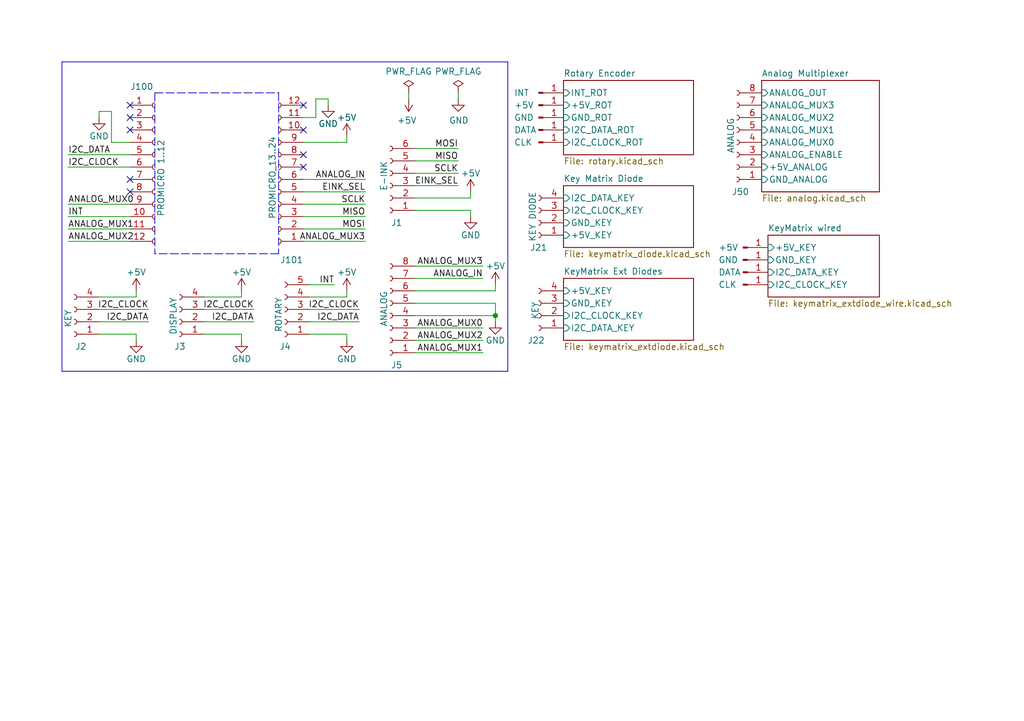
<source format=kicad_sch>
(kicad_sch (version 20211123) (generator eeschema)
  (paper "A5")
  (title_block (title "CIMDID") (date "2022-02-08") (rev "1.1") (comment 1 "@grumpydevelop@contentnation.net") (comment 2 "https://contentnation.net/en/grumpydevelop/cimdit_1"))
  (lib_symbols
    (symbol "Connector:Conn_01x01_Male" (pin_names (offset 1.016) hide)
      (property "Reference" "J" (at 0 2.54 0))
      (property "Value" "Conn_01x01_Male" (at 0 -2.54 0))
      (symbol "Conn_01x01_Male_1_1"
        (polyline (pts (xy 1.27 0) (xy 0.8636 0)) (stroke (width 0.1524)))
        (rectangle (start 0.8636 0.127) (end 0 -0.127) (stroke (width 0.1524)) (fill (type outline)))
        (pin passive line (at 5.08 0 180) (length 3.81) (name "Pin_1") (number "1"))
      )
    )
    (symbol "Connector:Conn_01x04_Female" (pin_names (offset 1.016) hide)
      (property "Reference" "J" (at 0 5.08 0))
      (property "Value" "Conn_01x04_Female" (at 0 -7.62 0))
      (symbol "Conn_01x04_Female_1_1"
        (arc (start 0 -4.572) (mid -0.508 -5.08) (end 0 -5.588) (stroke (width 0.1524)))
        (arc (start 0 -2.032) (mid -0.508 -2.54) (end 0 -3.048) (stroke (width 0.1524)))
        (polyline (pts (xy -1.27 -5.08) (xy -0.508 -5.08)) (stroke (width 0.1524)))
        (polyline (pts (xy -1.27 -2.54) (xy -0.508 -2.54)) (stroke (width 0.1524)))
        (polyline (pts (xy -1.27 0) (xy -0.508 0)) (stroke (width 0.1524)))
        (polyline (pts (xy -1.27 2.54) (xy -0.508 2.54)) (stroke (width 0.1524)))
        (arc (start 0 0.508) (mid -0.508 0) (end 0 -0.508) (stroke (width 0.1524)))
        (arc (start 0 3.048) (mid -0.508 2.54) (end 0 2.032) (stroke (width 0.1524)))
        (pin passive line (at -5.08 2.54 0) (length 3.81) (name "Pin_1") (number "1"))
        (pin passive line (at -5.08 0 0) (length 3.81) (name "Pin_2") (number "2"))
        (pin passive line (at -5.08 -2.54 0) (length 3.81) (name "Pin_3") (number "3"))
        (pin passive line (at -5.08 -5.08 0) (length 3.81) (name "Pin_4") (number "4"))
      )
    )
    (symbol "Connector:Conn_01x05_Female" (pin_names (offset 1.016) hide)
      (property "Reference" "J" (at 0 7.62 0))
      (property "Value" "Conn_01x05_Female" (at 0 -7.62 0))
      (symbol "Conn_01x05_Female_1_1"
        (arc (start 0 -4.572) (mid -0.508 -5.08) (end 0 -5.588) (stroke (width 0.1524)))
        (arc (start 0 -2.032) (mid -0.508 -2.54) (end 0 -3.048) (stroke (width 0.1524)))
        (polyline (pts (xy -1.27 -5.08) (xy -0.508 -5.08)) (stroke (width 0.1524)))
        (polyline (pts (xy -1.27 -2.54) (xy -0.508 -2.54)) (stroke (width 0.1524)))
        (polyline (pts (xy -1.27 0) (xy -0.508 0)) (stroke (width 0.1524)))
        (polyline (pts (xy -1.27 2.54) (xy -0.508 2.54)) (stroke (width 0.1524)))
        (polyline (pts (xy -1.27 5.08) (xy -0.508 5.08)) (stroke (width 0.1524)))
        (arc (start 0 0.508) (mid -0.508 0) (end 0 -0.508) (stroke (width 0.1524)))
        (arc (start 0 3.048) (mid -0.508 2.54) (end 0 2.032) (stroke (width 0.1524)))
        (arc (start 0 5.588) (mid -0.508 5.08) (end 0 4.572) (stroke (width 0.1524)))
        (pin passive line (at -5.08 5.08 0) (length 3.81) (name "Pin_1") (number "1"))
        (pin passive line (at -5.08 2.54 0) (length 3.81) (name "Pin_2") (number "2"))
        (pin passive line (at -5.08 0 0) (length 3.81) (name "Pin_3") (number "3"))
        (pin passive line (at -5.08 -2.54 0) (length 3.81) (name "Pin_4") (number "4"))
        (pin passive line (at -5.08 -5.08 0) (length 3.81) (name "Pin_5") (number "5"))
      )
    )
    (symbol "Connector:Conn_01x06_Female" (pin_names (offset 1.016) hide)
      (property "Reference" "J" (at 0 7.62 0))
      (property "Value" "Conn_01x06_Female" (at 0 -10.16 0))
      (symbol "Conn_01x06_Female_1_1"
        (arc (start 0 -7.112) (mid -0.508 -7.62) (end 0 -8.128) (stroke (width 0.1524)))
        (arc (start 0 -4.572) (mid -0.508 -5.08) (end 0 -5.588) (stroke (width 0.1524)))
        (arc (start 0 -2.032) (mid -0.508 -2.54) (end 0 -3.048) (stroke (width 0.1524)))
        (polyline (pts (xy -1.27 -7.62) (xy -0.508 -7.62)) (stroke (width 0.1524)))
        (polyline (pts (xy -1.27 -5.08) (xy -0.508 -5.08)) (stroke (width 0.1524)))
        (polyline (pts (xy -1.27 -2.54) (xy -0.508 -2.54)) (stroke (width 0.1524)))
        (polyline (pts (xy -1.27 0) (xy -0.508 0)) (stroke (width 0.1524)))
        (polyline (pts (xy -1.27 2.54) (xy -0.508 2.54)) (stroke (width 0.1524)))
        (polyline (pts (xy -1.27 5.08) (xy -0.508 5.08)) (stroke (width 0.1524)))
        (arc (start 0 0.508) (mid -0.508 0) (end 0 -0.508) (stroke (width 0.1524)))
        (arc (start 0 3.048) (mid -0.508 2.54) (end 0 2.032) (stroke (width 0.1524)))
        (arc (start 0 5.588) (mid -0.508 5.08) (end 0 4.572) (stroke (width 0.1524)))
        (pin passive line (at -5.08 5.08 0) (length 3.81) (name "Pin_1") (number "1"))
        (pin passive line (at -5.08 2.54 0) (length 3.81) (name "Pin_2") (number "2"))
        (pin passive line (at -5.08 0 0) (length 3.81) (name "Pin_3") (number "3"))
        (pin passive line (at -5.08 -2.54 0) (length 3.81) (name "Pin_4") (number "4"))
        (pin passive line (at -5.08 -5.08 0) (length 3.81) (name "Pin_5") (number "5"))
        (pin passive line (at -5.08 -7.62 0) (length 3.81) (name "Pin_6") (number "6"))
      )
    )
    (symbol "Connector:Conn_01x08_Female" (pin_names (offset 1.016) hide)
      (property "Reference" "J" (at 0 10.16 0))
      (property "Value" "Conn_01x08_Female" (at 0 -12.7 0))
      (symbol "Conn_01x08_Female_1_1"
        (arc (start 0 -9.652) (mid -0.508 -10.16) (end 0 -10.668) (stroke (width 0.1524)))
        (arc (start 0 -7.112) (mid -0.508 -7.62) (end 0 -8.128) (stroke (width 0.1524)))
        (arc (start 0 -4.572) (mid -0.508 -5.08) (end 0 -5.588) (stroke (width 0.1524)))
        (arc (start 0 -2.032) (mid -0.508 -2.54) (end 0 -3.048) (stroke (width 0.1524)))
        (polyline (pts (xy -1.27 -10.16) (xy -0.508 -10.16)) (stroke (width 0.1524)))
        (polyline (pts (xy -1.27 -7.62) (xy -0.508 -7.62)) (stroke (width 0.1524)))
        (polyline (pts (xy -1.27 -5.08) (xy -0.508 -5.08)) (stroke (width 0.1524)))
        (polyline (pts (xy -1.27 -2.54) (xy -0.508 -2.54)) (stroke (width 0.1524)))
        (polyline (pts (xy -1.27 0) (xy -0.508 0)) (stroke (width 0.1524)))
        (polyline (pts (xy -1.27 2.54) (xy -0.508 2.54)) (stroke (width 0.1524)))
        (polyline (pts (xy -1.27 5.08) (xy -0.508 5.08)) (stroke (width 0.1524)))
        (polyline (pts (xy -1.27 7.62) (xy -0.508 7.62)) (stroke (width 0.1524)))
        (arc (start 0 0.508) (mid -0.508 0) (end 0 -0.508) (stroke (width 0.1524)))
        (arc (start 0 3.048) (mid -0.508 2.54) (end 0 2.032) (stroke (width 0.1524)))
        (arc (start 0 5.588) (mid -0.508 5.08) (end 0 4.572) (stroke (width 0.1524)))
        (arc (start 0 8.128) (mid -0.508 7.62) (end 0 7.112) (stroke (width 0.1524)))
        (pin passive line (at -5.08 7.62 0) (length 3.81) (name "Pin_1") (number "1"))
        (pin passive line (at -5.08 5.08 0) (length 3.81) (name "Pin_2") (number "2"))
        (pin passive line (at -5.08 2.54 0) (length 3.81) (name "Pin_3") (number "3"))
        (pin passive line (at -5.08 0 0) (length 3.81) (name "Pin_4") (number "4"))
        (pin passive line (at -5.08 -2.54 0) (length 3.81) (name "Pin_5") (number "5"))
        (pin passive line (at -5.08 -5.08 0) (length 3.81) (name "Pin_6") (number "6"))
        (pin passive line (at -5.08 -7.62 0) (length 3.81) (name "Pin_7") (number "7"))
        (pin passive line (at -5.08 -10.16 0) (length 3.81) (name "Pin_8") (number "8"))
      )
    )
    (symbol "Connector:Conn_01x12_Female" (pin_names (offset 1.016) hide)
      (property "Reference" "J" (at 0 15.24 0))
      (property "Value" "Conn_01x12_Female" (at 0 -17.78 0))
      (symbol "Conn_01x12_Female_1_1"
        (arc (start 0 -14.732) (mid -0.508 -15.24) (end 0 -15.748) (stroke (width 0.1524)))
        (arc (start 0 -12.192) (mid -0.508 -12.7) (end 0 -13.208) (stroke (width 0.1524)))
        (arc (start 0 -9.652) (mid -0.508 -10.16) (end 0 -10.668) (stroke (width 0.1524)))
        (arc (start 0 -7.112) (mid -0.508 -7.62) (end 0 -8.128) (stroke (width 0.1524)))
        (arc (start 0 -4.572) (mid -0.508 -5.08) (end 0 -5.588) (stroke (width 0.1524)))
        (arc (start 0 -2.032) (mid -0.508 -2.54) (end 0 -3.048) (stroke (width 0.1524)))
        (polyline (pts (xy -1.27 -15.24) (xy -0.508 -15.24)) (stroke (width 0.1524)))
        (polyline (pts (xy -1.27 -12.7) (xy -0.508 -12.7)) (stroke (width 0.1524)))
        (polyline (pts (xy -1.27 -10.16) (xy -0.508 -10.16)) (stroke (width 0.1524)))
        (polyline (pts (xy -1.27 -7.62) (xy -0.508 -7.62)) (stroke (width 0.1524)))
        (polyline (pts (xy -1.27 -5.08) (xy -0.508 -5.08)) (stroke (width 0.1524)))
        (polyline (pts (xy -1.27 -2.54) (xy -0.508 -2.54)) (stroke (width 0.1524)))
        (polyline (pts (xy -1.27 0) (xy -0.508 0)) (stroke (width 0.1524)))
        (polyline (pts (xy -1.27 2.54) (xy -0.508 2.54)) (stroke (width 0.1524)))
        (polyline (pts (xy -1.27 5.08) (xy -0.508 5.08)) (stroke (width 0.1524)))
        (polyline (pts (xy -1.27 7.62) (xy -0.508 7.62)) (stroke (width 0.1524)))
        (polyline (pts (xy -1.27 10.16) (xy -0.508 10.16)) (stroke (width 0.1524)))
        (polyline (pts (xy -1.27 12.7) (xy -0.508 12.7)) (stroke (width 0.1524)))
        (arc (start 0 0.508) (mid -0.508 0) (end 0 -0.508) (stroke (width 0.1524)))
        (arc (start 0 3.048) (mid -0.508 2.54) (end 0 2.032) (stroke (width 0.1524)))
        (arc (start 0 5.588) (mid -0.508 5.08) (end 0 4.572) (stroke (width 0.1524)))
        (arc (start 0 8.128) (mid -0.508 7.62) (end 0 7.112) (stroke (width 0.1524)))
        (arc (start 0 10.668) (mid -0.508 10.16) (end 0 9.652) (stroke (width 0.1524)))
        (arc (start 0 13.208) (mid -0.508 12.7) (end 0 12.192) (stroke (width 0.1524)))
        (pin passive line (at -5.08 12.7 0) (length 3.81) (name "Pin_1") (number "1"))
        (pin passive line (at -5.08 -10.16 0) (length 3.81) (name "Pin_10") (number "10"))
        (pin passive line (at -5.08 -12.7 0) (length 3.81) (name "Pin_11") (number "11"))
        (pin passive line (at -5.08 -15.24 0) (length 3.81) (name "Pin_12") (number "12"))
        (pin passive line (at -5.08 10.16 0) (length 3.81) (name "Pin_2") (number "2"))
        (pin passive line (at -5.08 7.62 0) (length 3.81) (name "Pin_3") (number "3"))
        (pin passive line (at -5.08 5.08 0) (length 3.81) (name "Pin_4") (number "4"))
        (pin passive line (at -5.08 2.54 0) (length 3.81) (name "Pin_5") (number "5"))
        (pin passive line (at -5.08 0 0) (length 3.81) (name "Pin_6") (number "6"))
        (pin passive line (at -5.08 -2.54 0) (length 3.81) (name "Pin_7") (number "7"))
        (pin passive line (at -5.08 -5.08 0) (length 3.81) (name "Pin_8") (number "8"))
        (pin passive line (at -5.08 -7.62 0) (length 3.81) (name "Pin_9") (number "9"))
      )
    )
    (symbol "power:+5V" (power) (pin_names (offset 0))
      (property "Value" "+5V" (at 0 3.556 0))
      (symbol "+5V_0_1"
        (polyline (pts (xy -0.762 1.27) (xy 0 2.54)))
        (polyline (pts (xy 0 0) (xy 0 2.54)))
        (polyline (pts (xy 0 2.54) (xy 0.762 1.27)))
      )
      (symbol "+5V_1_1"
        (pin power_in line (at 0 0 90) (length 0) hide (name "+5V") (number "1"))
      )
    )
    (symbol "power:GND" (power) (pin_names (offset 0))
      (property "Value" "GND" (at 0 -3.81 0))
      (symbol "GND_0_1"
        (polyline (pts (xy 0 0) (xy 0 -1.27) (xy 1.27 -1.27) (xy 0 -2.54) (xy -1.27 -1.27) (xy 0 -1.27)))
      )
      (symbol "GND_1_1"
        (pin power_in line (at 0 0 270) (length 0) hide (name "GND") (number "1"))
      )
    )
    (symbol "power:PWR_FLAG" (power) (pin_numbers hide) (pin_names (offset 0) hide)
      (property "Value" "PWR_FLAG" (at 0 3.81 0))
      (symbol "PWR_FLAG_0_0"
        (pin power_out line (at 0 0 90) (length 0) (name "pwr") (number "1"))
      )
      (symbol "PWR_FLAG_0_1"
        (polyline (pts (xy 0 0) (xy 0 1.27) (xy -1.016 1.905) (xy 0 2.54) (xy 1.016 1.905) (xy 0 1.27)))
      )
    )
  )
  (junction (at 101.6 64.77))
  (no_connect (at 26.67 26.67))
  (no_connect (at 26.67 36.83))
  (no_connect (at 62.23 26.67))
  (no_connect (at 26.67 39.37))
  (no_connect (at 26.67 24.13))
  (no_connect (at 62.23 21.59))
  (no_connect (at 26.67 21.59))
  (no_connect (at 62.23 31.75))
  (no_connect (at 62.23 34.29))
  (wire (pts (xy 101.6 64.77) (xy 101.6 66.04)))
  (wire (pts (xy 99.06 54.61) (xy 85.09 54.61)))
  (wire (pts (xy 62.23 39.37) (xy 74.93 39.37)))
  (polyline (pts (xy 104.14 12.7) (xy 104.14 76.2)) (stroke (width 0) (type solid)))
  (wire (pts (xy 85.09 67.31) (xy 99.06 67.31)))
  (wire (pts (xy 49.53 69.85) (xy 49.53 68.58)))
  (wire (pts (xy 62.23 24.13) (xy 64.77 24.13)))
  (wire (pts (xy 99.06 57.15) (xy 85.09 57.15)))
  (wire (pts (xy 64.77 20.32) (xy 67.31 20.32)))
  (wire (pts (xy 30.48 66.04) (xy 20.32 66.04)))
  (wire (pts (xy 85.09 43.18) (xy 96.52 43.18)))
  (wire (pts (xy 96.52 40.64) (xy 96.52 39.37)))
  (wire (pts (xy 64.77 24.13) (xy 64.77 20.32)))
  (wire (pts (xy 26.67 41.91) (xy 13.97 41.91)))
  (wire (pts (xy 101.6 62.23) (xy 101.6 64.77)))
  (wire (pts (xy 85.09 30.48) (xy 93.98 30.48)))
  (wire (pts (xy 71.12 68.58) (xy 63.5 68.58)))
  (wire (pts (xy 26.67 46.99) (xy 13.97 46.99)))
  (wire (pts (xy 74.93 36.83) (xy 62.23 36.83)))
  (wire (pts (xy 67.31 20.32) (xy 67.31 21.59)))
  (polyline (pts (xy 57.15 52.07) (xy 31.75 52.07)))
  (wire (pts (xy 93.98 33.02) (xy 85.09 33.02)))
  (wire (pts (xy 62.23 44.45) (xy 74.93 44.45)))
  (wire (pts (xy 26.67 49.53) (xy 13.97 49.53)))
  (wire (pts (xy 22.86 29.21) (xy 22.86 22.86)))
  (wire (pts (xy 83.82 20.32) (xy 83.82 19.05)))
  (wire (pts (xy 96.52 44.45) (xy 96.52 43.18)))
  (wire (pts (xy 73.66 63.5) (xy 63.5 63.5)))
  (wire (pts (xy 62.23 29.21) (xy 71.12 29.21)))
  (wire (pts (xy 85.09 62.23) (xy 101.6 62.23)))
  (wire (pts (xy 93.98 19.05) (xy 93.98 20.32)))
  (wire (pts (xy 27.94 68.58) (xy 20.32 68.58)))
  (wire (pts (xy 101.6 59.69) (xy 85.09 59.69)))
  (wire (pts (xy 63.5 58.42) (xy 68.58 58.42)))
  (wire (pts (xy 85.09 40.64) (xy 96.52 40.64)))
  (wire (pts (xy 27.94 60.96) (xy 20.32 60.96)))
  (wire (pts (xy 62.23 49.53) (xy 74.93 49.53)))
  (wire (pts (xy 101.6 58.42) (xy 101.6 59.69)))
  (polyline (pts (xy 104.14 76.2) (xy 12.7 76.2)) (stroke (width 0) (type solid)))
  (wire (pts (xy 93.98 38.1) (xy 85.09 38.1)))
  (polyline (pts (xy 57.15 19.05) (xy 57.15 52.07)))
  (wire (pts (xy 63.5 60.96) (xy 71.12 60.96)))
  (polyline (pts (xy 12.7 12.7) (xy 104.14 12.7)) (stroke (width 0) (type solid)))
  (polyline (pts (xy 31.75 19.05) (xy 57.15 19.05)))
  (wire (pts (xy 22.86 22.86) (xy 20.32 22.86)))
  (wire (pts (xy 27.94 60.96) (xy 27.94 59.69)))
  (wire (pts (xy 26.67 29.21) (xy 22.86 29.21)))
  (wire (pts (xy 71.12 60.96) (xy 71.12 59.69)))
  (wire (pts (xy 101.6 64.77) (xy 85.09 64.77)))
  (wire (pts (xy 41.91 63.5) (xy 52.07 63.5)))
  (wire (pts (xy 85.09 72.39) (xy 99.06 72.39)))
  (wire (pts (xy 27.94 69.85) (xy 27.94 68.58)))
  (wire (pts (xy 99.06 69.85) (xy 85.09 69.85)))
  (wire (pts (xy 26.67 34.29) (xy 13.97 34.29)))
  (wire (pts (xy 62.23 46.99) (xy 74.93 46.99)))
  (wire (pts (xy 49.53 60.96) (xy 41.91 60.96)))
  (polyline (pts (xy 12.7 12.7) (xy 12.7 76.2)) (stroke (width 0) (type solid)))
  (wire (pts (xy 26.67 44.45) (xy 13.97 44.45)))
  (polyline (pts (xy 31.75 19.05) (xy 31.75 52.07)))
  (wire (pts (xy 71.12 68.58) (xy 71.12 69.85)))
  (wire (pts (xy 71.12 29.21) (xy 71.12 27.94)))
  (wire (pts (xy 26.67 31.75) (xy 13.97 31.75)))
  (wire (pts (xy 49.53 68.58) (xy 41.91 68.58)))
  (wire (pts (xy 63.5 66.04) (xy 73.66 66.04)))
  (wire (pts (xy 49.53 60.96) (xy 49.53 59.69)))
  (wire (pts (xy 20.32 63.5) (xy 30.48 63.5)))
  (wire (pts (xy 52.07 66.04) (xy 41.91 66.04)))
  (wire (pts (xy 62.23 41.91) (xy 74.93 41.91)))
  (wire (pts (xy 20.32 22.86) (xy 20.32 24.13)))
  (wire (pts (xy 93.98 35.56) (xy 85.09 35.56)))
  (label "ANALOG_MUX0" (at 13.97 41.91 0))
  (label "I2C_DATA" (at 73.66 66.04 180))
  (label "ANALOG_MUX3" (at 74.93 49.53 180))
  (label "EINK_SEL" (at 74.93 39.37 180))
  (label "MISO" (at 74.93 44.45 180))
  (label "I2C_CLOCK" (at 13.97 34.29 0))
  (label "ANALOG_IN" (at 99.06 57.15 180))
  (label "ANALOG_IN" (at 74.93 36.83 180))
  (label "ANALOG_MUX1" (at 13.97 46.99 0))
  (label "MISO" (at 93.98 33.02 180))
  (label "I2C_CLOCK" (at 73.66 63.5 180))
  (label "ANALOG_MUX0" (at 99.06 67.31 180))
  (label "INT" (at 68.58 58.42 180))
  (label "MOSI" (at 74.93 46.99 180))
  (label "SCLK" (at 93.98 35.56 180))
  (label "INT" (at 13.97 44.45 0))
  (label "I2C_DATA" (at 13.97 31.75 0))
  (label "ANALOG_MUX2" (at 99.06 69.85 180))
  (label "EINK_SEL" (at 93.98 38.1 180))
  (label "ANALOG_MUX1" (at 99.06 72.39 180))
  (label "I2C_DATA" (at 52.07 66.04 180))
  (label "ANALOG_MUX2" (at 13.97 49.53 0))
  (label "I2C_DATA" (at 30.48 66.04 180))
  (label "I2C_CLOCK" (at 52.07 63.5 180))
  (label "I2C_CLOCK" (at 30.48 63.5 180))
  (label "MOSI" (at 93.98 30.48 180))
  (label "SCLK" (at 74.93 41.91 180))
  (label "ANALOG_MUX3" (at 99.06 54.61 180))
  (symbol (lib_id "power:GND") (at 67.31 21.59 0) (unit 1)
    (property "Reference" "#PWR0107" (effects hide))
    (property "Value" "GND" (at 67.31 25.4 0))
  )
  (symbol (lib_id "power:+5V") (at 71.12 27.94 0) (unit 1)
    (property "Reference" "#PWR0105" (effects hide))
    (property "Value" "+5V" (at 71.12 24.13 0))
  )
  (symbol (lib_id "Connector:Conn_01x04_Female") (at 36.83 66.04 180) (unit 1)
    (property "Reference" "J3" (at 38.1 71.12 0) (effects (justify left)))
    (property "Value" "DISPLAY" (at 35.56 60.96 90) (effects (justify left)))
    (property "Footprint" "Connector_PinSocket_2.54mm:PinSocket_1x04_P2.54mm_Vertical" (effects hide))
  )
  (symbol (lib_id "power:+5V") (at 49.53 59.69 0) (unit 1)
    (property "Reference" "#PWR0103" (effects hide))
    (property "Value" "+5V" (at 49.53 55.88 0))
  )
  (symbol (lib_id "power:GND") (at 49.53 69.85 0) (unit 1)
    (property "Reference" "#PWR0115" (effects hide))
    (property "Value" "GND" (at 49.53 73.66 0))
  )
  (symbol (lib_id "Connector:Conn_01x05_Female") (at 58.42 63.5 180) (unit 1)
    (property "Reference" "J4" (at 59.69 71.12 0) (effects (justify left)))
    (property "Value" "ROTARY" (at 57.15 60.96 90) (effects (justify left)))
    (property "Footprint" "Connector_PinSocket_2.54mm:PinSocket_1x05_P2.54mm_Vertical" (effects hide))
  )
  (symbol (lib_id "power:+5V") (at 71.12 59.69 0) (unit 1)
    (property "Reference" "#PWR0101" (effects hide))
    (property "Value" "+5V" (at 71.12 55.88 0))
  )
  (symbol (lib_id "power:GND") (at 71.12 69.85 0) (unit 1)
    (property "Reference" "#PWR0113" (effects hide))
    (property "Value" "GND" (at 71.12 73.66 0))
  )
  (symbol (lib_id "Connector:Conn_01x04_Female") (at 15.24 66.04 180) (unit 1)
    (property "Reference" "J2" (at 17.78 71.12 0) (effects (justify left)))
    (property "Value" "KEY" (at 13.97 63.5 90) (effects (justify left)))
    (property "Footprint" "Connector_PinSocket_2.54mm:PinSocket_1x04_P2.54mm_Vertical" (effects hide))
  )
  (symbol (lib_id "power:+5V") (at 27.94 59.69 0) (unit 1)
    (property "Reference" "#PWR0112" (effects hide))
    (property "Value" "+5V" (at 27.94 55.88 0))
  )
  (symbol (lib_id "power:GND") (at 27.94 69.85 0) (unit 1)
    (property "Reference" "#PWR0114" (effects hide))
    (property "Value" "GND" (at 27.94 73.66 0))
  )
  (symbol (lib_id "power:PWR_FLAG") (at 83.82 19.05 0) (unit 1)
    (property "Reference" "#FLG0102" (effects hide))
    (property "Value" "PWR_FLAG" (at 83.82 14.6558 0))
  )
  (symbol (lib_id "power:+5V") (at 83.82 20.32 180) (unit 1)
    (property "Reference" "#PWR0106" (effects hide))
    (property "Value" "+5V" (at 83.439 24.7142 0))
  )
  (symbol (lib_id "power:PWR_FLAG") (at 93.98 19.05 0) (unit 1)
    (property "Reference" "#FLG0101" (effects hide))
    (property "Value" "PWR_FLAG" (at 93.98 14.6558 0))
  )
  (symbol (lib_id "power:GND") (at 93.98 20.32 0) (unit 1)
    (property "Reference" "#PWR0108" (effects hide))
    (property "Value" "GND" (at 94.107 24.7142 0))
  )
  (symbol (lib_id "Connector:Conn_01x08_Female") (at 80.01 64.77 180) (unit 1)
    (property "Reference" "J5" (at 82.55 74.93 0) (effects (justify left)))
    (property "Value" "ANALOG" (at 78.74 59.69 90) (effects (justify left)))
    (property "Footprint" "Connector_PinSocket_2.54mm:PinSocket_1x08_P2.54mm_Vertical" (effects hide))
  )
  (symbol (lib_id "power:+5V") (at 101.6 58.42 0) (unit 1)
    (property "Reference" "#PWR0102" (effects hide))
    (property "Value" "+5V" (at 101.6 54.61 0))
  )
  (symbol (lib_id "power:GND") (at 101.6 66.04 0) (unit 1)
    (property "Reference" "#PWR0104" (effects hide))
    (property "Value" "GND" (at 101.6 69.85 0))
  )
  (symbol (lib_id "Connector:Conn_01x06_Female") (at 80.01 38.1 180) (unit 1)
    (property "Reference" "J1" (at 82.55 45.72 0) (effects (justify left)))
    (property "Value" "E-INK" (at 78.74 33.02 90) (effects (justify left)))
    (property "Footprint" "Connector_PinSocket_2.54mm:PinSocket_1x06_P2.54mm_Vertical" (effects hide))
  )
  (symbol (lib_id "power:GND") (at 96.52 44.45 0) (unit 1)
    (property "Reference" "#PWR0110" (effects hide))
    (property "Value" "GND" (at 96.52 48.26 0))
  )
  (symbol (lib_id "power:+5V") (at 96.52 39.37 0) (unit 1)
    (property "Reference" "#PWR0109" (effects hide))
    (property "Value" "+5V" (at 96.52 35.56 0))
  )
  (symbol (lib_id "power:GND") (at 20.32 24.13 0) (unit 1)
    (property "Reference" "#PWR0111" (effects hide))
    (property "Value" "GND" (at 20.32 27.94 0))
  )
  (symbol (lib_id "Connector:Conn_01x12_Female") (at 31.75 34.29 0) (unit 1)
    (property "Reference" "J100" (at 26.67 17.78 0) (effects (justify left)))
    (property "Value" "PROMICRO 1..12" (at 33.02 44.45 90) (effects (justify left)))
    (property "Footprint" "Connector_PinSocket_2.54mm:PinSocket_1x12_P2.54mm_Vertical" (effects hide))
  )
  (symbol (lib_id "Connector:Conn_01x01_Male") (at 152.4 58.42 0) (mirror x) (unit 1)
    (property "Reference" "J48" (effects hide))
    (property "Value" "CLK" (at 147.32 58.42 0) (effects (justify left)))
    (property "Footprint" "Connector_Pin:Pin_D0.7mm_L6.5mm_W1.8mm_FlatFork" (effects hide))
  )
  (symbol (lib_id "Connector:Conn_01x04_Female") (at 110.49 64.77 180) (unit 1)
    (property "Reference" "J22" (at 111.76 69.85 0) (effects (justify left)))
    (property "Value" "KEY" (at 109.7788 61.849 90) (effects (justify left)))
    (property "Footprint" "Connector_PinSocket_2.54mm:PinSocket_1x04_P2.54mm_Vertical" (effects hide))
  )
  (symbol (lib_id "Connector:Conn_01x01_Male") (at 110.49 21.59 0) (mirror x) (unit 1)
    (property "Reference" "J25" (effects hide))
    (property "Value" "+5V" (at 105.41 21.59 0) (effects (justify left)))
    (property "Footprint" "Connector_Pin:Pin_D0.7mm_L6.5mm_W1.8mm_FlatFork" (effects hide))
  )
  (symbol (lib_id "Connector:Conn_01x01_Male") (at 110.49 19.05 0) (mirror x) (unit 1)
    (property "Reference" "J24" (effects hide))
    (property "Value" "INT" (at 105.41 19.05 0) (effects (justify left)))
    (property "Footprint" "Connector_Pin:Pin_D0.7mm_L6.5mm_W1.8mm_FlatFork" (effects hide))
  )
  (symbol (lib_id "Connector:Conn_01x01_Male") (at 152.4 55.88 0) (mirror x) (unit 1)
    (property "Reference" "J47" (effects hide))
    (property "Value" "DATA" (at 147.32 55.88 0) (effects (justify left)))
    (property "Footprint" "Connector_Pin:Pin_D0.7mm_L6.5mm_W1.8mm_FlatFork" (effects hide))
  )
  (symbol (lib_id "Connector:Conn_01x08_Female") (at 151.13 29.21 180) (unit 1)
    (property "Reference" "J50" (at 153.67 39.37 0) (effects (justify left)))
    (property "Value" "ANALOG" (at 149.86 24.13 90) (effects (justify left)))
    (property "Footprint" "Connector_PinSocket_2.54mm:PinSocket_1x08_P2.54mm_Vertical" (effects hide))
  )
  (symbol (lib_id "Connector:Conn_01x01_Male") (at 152.4 53.34 0) (mirror x) (unit 1)
    (property "Reference" "J46" (effects hide))
    (property "Value" "GND" (at 147.32 53.34 0) (effects (justify left)))
    (property "Footprint" "Connector_Pin:Pin_D0.7mm_L6.5mm_W1.8mm_FlatFork" (effects hide))
  )
  (symbol (lib_id "Connector:Conn_01x01_Male") (at 152.4 50.8 0) (mirror x) (unit 1)
    (property "Reference" "J29" (effects hide))
    (property "Value" "+5V" (at 147.32 50.8 0) (effects (justify left)))
    (property "Footprint" "Connector_Pin:Pin_D0.7mm_L6.5mm_W1.8mm_FlatFork" (effects hide))
  )
  (symbol (lib_id "Connector:Conn_01x01_Male") (at 110.49 24.13 0) (mirror x) (unit 1)
    (property "Reference" "J26" (effects hide))
    (property "Value" "GND" (at 105.41 24.13 0) (effects (justify left)))
    (property "Footprint" "Connector_Pin:Pin_D0.7mm_L6.5mm_W1.8mm_FlatFork" (effects hide))
  )
  (symbol (lib_id "Connector:Conn_01x01_Male") (at 110.49 29.21 0) (mirror x) (unit 1)
    (property "Reference" "J28" (effects hide))
    (property "Value" "CLK" (at 105.41 29.21 0) (effects (justify left)))
    (property "Footprint" "Connector_Pin:Pin_D0.7mm_L6.5mm_W1.8mm_FlatFork" (effects hide))
  )
  (symbol (lib_id "Connector:Conn_01x01_Male") (at 110.49 26.67 0) (mirror x) (unit 1)
    (property "Reference" "J27" (effects hide))
    (property "Value" "DATA" (at 105.41 26.67 0) (effects (justify left)))
    (property "Footprint" "Connector_Pin:Pin_D0.7mm_L6.5mm_W1.8mm_FlatFork" (effects hide))
  )
  (symbol (lib_id "Connector:Conn_01x04_Female") (at 110.49 45.72 180) (unit 1)
    (property "Reference" "J21" (at 110.49 50.8 0))
    (property "Value" "KEY DIODE" (at 109.22 44.45 90))
    (property "Footprint" "Connector_PinSocket_2.54mm:PinSocket_1x04_P2.54mm_Vertical" (effects hide))
  )
  (symbol (lib_id "Connector:Conn_01x12_Female") (at 57.15 36.83 180) (unit 1)
    (property "Reference" "J101" (at 62.23 53.34 0) (effects (justify left)))
    (property "Value" "PROMICRO_13..24" (at 55.88 27.94 90) (effects (justify left)))
    (property "Footprint" "Connector_PinSocket_2.54mm:PinSocket_1x12_P2.54mm_Vertical" (effects hide))
  )
  (sheet (at 115.57 16.51) (size 26.67 15.24) (stroke (width 0.1524))
    (property "Sheet name" "Rotary Encoder" (at 115.57 15.7984 0) (effects (justify left bottom)))
    (property "Sheet file" "rotary.kicad_sch" (at 115.57 32.3346 0) (effects (justify left top)))
    (pin "+5V_ROT" input (at 115.57 21.59 180))
    (pin "GND_ROT" input (at 115.57 24.13 180))
    (pin "I2C_DATA_ROT" input (at 115.57 26.67 180))
    (pin "INT_ROT" input (at 115.57 19.05 180))
    (pin "I2C_CLOCK_ROT" input (at 115.57 29.21 180))
  )
  (sheet (at 156.21 16.51) (size 24.13 22.86) (stroke (width 0.1524))
    (property "Sheet name" "Analog Multiplexer" (at 156.21 15.7984 0) (effects (justify left bottom)))
    (property "Sheet file" "analog.kicad_sch" (at 156.21 39.9546 0) (effects (justify left top)))
    (pin "ANALOG_MUX0" input (at 156.21 29.21 180))
    (pin "ANALOG_MUX1" input (at 156.21 26.67 180))
    (pin "ANALOG_MUX2" input (at 156.21 24.13 180))
    (pin "ANALOG_MUX3" input (at 156.21 21.59 180))
    (pin "GND_ANALOG" input (at 156.21 36.83 180))
    (pin "+5V_ANALOG" input (at 156.21 34.29 180))
    (pin "ANALOG_OUT" input (at 156.21 19.05 180))
    (pin "ANALOG_ENABLE" input (at 156.21 31.75 180))
  )
  (sheet (at 115.57 57.15) (size 26.67 12.7) (stroke (width 0.1524))
    (property "Sheet name" "KeyMatrix Ext Diodes" (at 115.57 56.4384 0) (effects (justify left bottom)))
    (property "Sheet file" "keymatrix_extdiode.kicad_sch" (at 115.57 70.4346 0) (effects (justify left top)))
    (pin "I2C_CLOCK_KEY" input (at 115.57 64.77 180))
    (pin "GND_KEY" input (at 115.57 62.23 180))
    (pin "I2C_DATA_KEY" input (at 115.57 67.31 180))
    (pin "+5V_KEY" input (at 115.57 59.69 180))
  )
  (sheet (at 115.57 38.1) (size 26.67 12.7) (stroke (width 0.1524))
    (property "Sheet name" "Key Matrix Diode" (at 115.57 37.3884 0) (effects (justify left bottom)))
    (property "Sheet file" "keymatrix_diode.kicad_sch" (at 115.57 51.3846 0) (effects (justify left top)))
    (pin "I2C_CLOCK_KEY" input (at 115.57 43.18 180))
    (pin "+5V_KEY" input (at 115.57 48.26 180))
    (pin "GND_KEY" input (at 115.57 45.72 180))
    (pin "I2C_DATA_KEY" input (at 115.57 40.64 180))
  )
  (sheet (at 157.48 48.26) (size 22.86 12.7) (stroke (width 0.1524))
    (property "Sheet name" "KeyMatrix wired" (at 157.48 47.5484 0) (effects (justify left bottom)))
    (property "Sheet file" "keymatrix_extdiode_wire.kicad_sch" (at 157.48 61.5446 0) (effects (justify left top)))
    (pin "I2C_DATA_KEY" input (at 157.48 55.88 180))
    (pin "GND_KEY" input (at 157.48 53.34 180))
    (pin "I2C_CLOCK_KEY" input (at 157.48 58.42 180))
    (pin "+5V_KEY" input (at 157.48 50.8 180))
  )
)
</source>
